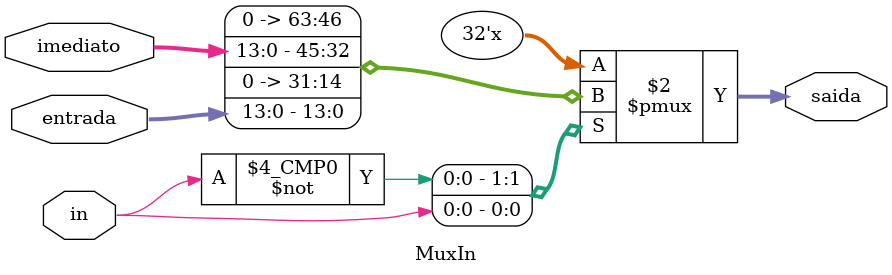
<source format=v>
module MuxIn(imediato, entrada, in, saida);
input [13:0] imediato, entrada;
input in;
output reg[31:0] saida;

always@(*)
begin
	case(in)
	1'b0:
	saida = imediato;
	1'b1:
	saida = entrada;
	default: saida = 32'd0;
	endcase
end
	
endmodule
</source>
